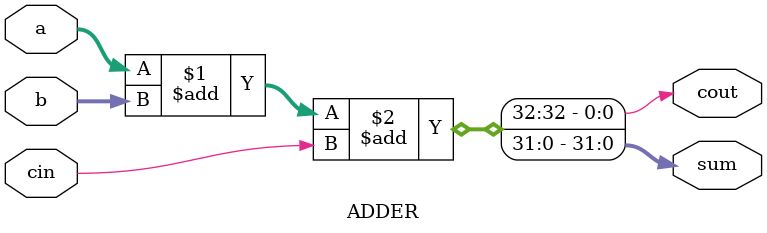
<source format=sv>
/*
 * @Author: Juqi Li @ NJU 
 * @Date: 2024-01-13 20:12:55 
 * @Last Modified by: Juqi Li @ NJU
 * @Last Modified time: 2024-01-13 20:13:15
 */

module ADDER(
    input    [31 : 0]    a,
    input    [31 : 0]    b,
    input                cin,
    output   [31 : 0]    sum,
    output               cout
);

    assign {cout,sum} = a + b + cin;

endmodule



</source>
